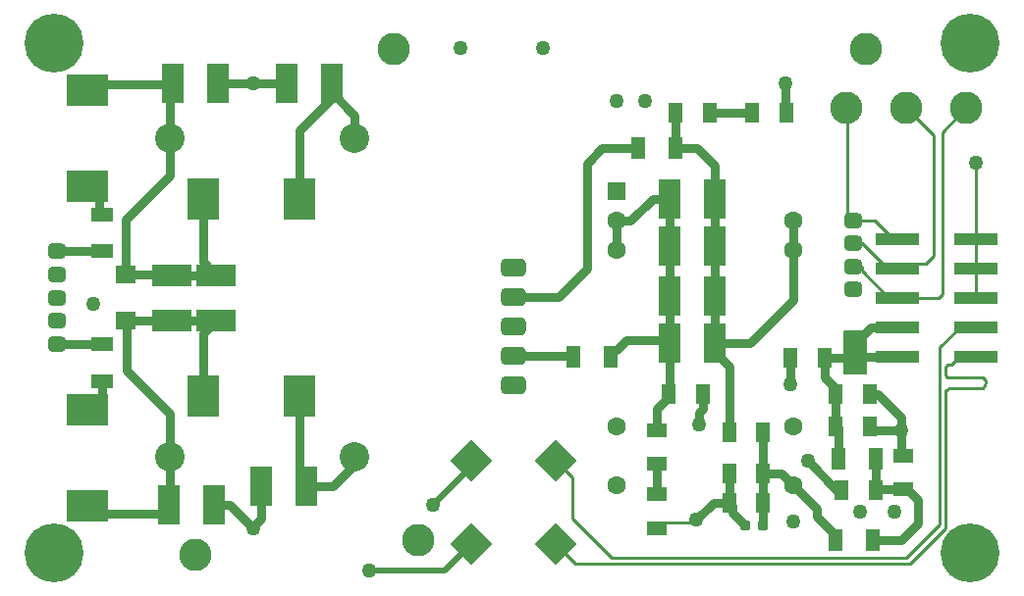
<source format=gbl>
G04*
G04 #@! TF.GenerationSoftware,Altium Limited,Altium Designer,20.1.7 (139)*
G04*
G04 Layer_Physical_Order=4*
G04 Layer_Color=11436288*
%FSLAX25Y25*%
%MOIN*%
G70*
G04*
G04 #@! TF.SameCoordinates,98BAC387-3A70-427A-9A39-C9BDDE23891B*
G04*
G04*
G04 #@! TF.FilePolarity,Positive*
G04*
G01*
G75*
%ADD10C,0.01000*%
%ADD17R,0.07480X0.13386*%
%ADD34C,0.02000*%
%ADD35C,0.03000*%
%ADD37C,0.20000*%
G04:AMPARAMS|DCode=38|XSize=51.18mil|YSize=59.06mil|CornerRadius=12.8mil|HoleSize=0mil|Usage=FLASHONLY|Rotation=90.000|XOffset=0mil|YOffset=0mil|HoleType=Round|Shape=RoundedRectangle|*
%AMROUNDEDRECTD38*
21,1,0.05118,0.03347,0,0,90.0*
21,1,0.02559,0.05906,0,0,90.0*
1,1,0.02559,0.01673,0.01280*
1,1,0.02559,0.01673,-0.01280*
1,1,0.02559,-0.01673,-0.01280*
1,1,0.02559,-0.01673,0.01280*
%
%ADD38ROUNDEDRECTD38*%
G04:AMPARAMS|DCode=39|XSize=85mil|YSize=60mil|CornerRadius=15mil|HoleSize=0mil|Usage=FLASHONLY|Rotation=0.000|XOffset=0mil|YOffset=0mil|HoleType=Round|Shape=RoundedRectangle|*
%AMROUNDEDRECTD39*
21,1,0.08500,0.03000,0,0,0.0*
21,1,0.05500,0.06000,0,0,0.0*
1,1,0.03000,0.02750,-0.01500*
1,1,0.03000,-0.02750,-0.01500*
1,1,0.03000,-0.02750,0.01500*
1,1,0.03000,0.02750,0.01500*
%
%ADD39ROUNDEDRECTD39*%
%ADD40C,0.10000*%
%ADD41R,0.06299X0.06299*%
%ADD42C,0.06299*%
%ADD43C,0.05000*%
%ADD45C,0.11000*%
%ADD53R,0.07480X0.04724*%
%ADD54R,0.13386X0.07480*%
%ADD55R,0.10630X0.14173*%
%ADD56R,0.14173X0.10630*%
%ADD57R,0.05118X0.07087*%
%ADD58R,0.04724X0.07480*%
G04:AMPARAMS|DCode=59|XSize=31.5mil|YSize=31.5mil|CornerRadius=4.72mil|HoleSize=0mil|Usage=FLASHONLY|Rotation=270.000|XOffset=0mil|YOffset=0mil|HoleType=Round|Shape=RoundedRectangle|*
%AMROUNDEDRECTD59*
21,1,0.03150,0.02205,0,0,270.0*
21,1,0.02205,0.03150,0,0,270.0*
1,1,0.00945,-0.01102,-0.01102*
1,1,0.00945,-0.01102,0.01102*
1,1,0.00945,0.01102,0.01102*
1,1,0.00945,0.01102,-0.01102*
%
%ADD59ROUNDEDRECTD59*%
%ADD60R,0.07087X0.05118*%
%ADD61R,0.14764X0.03937*%
G04:AMPARAMS|DCode=62|XSize=150mil|YSize=80mil|CornerRadius=4mil|HoleSize=0mil|Usage=FLASHONLY|Rotation=90.000|XOffset=0mil|YOffset=0mil|HoleType=Round|Shape=RoundedRectangle|*
%AMROUNDEDRECTD62*
21,1,0.15000,0.07200,0,0,90.0*
21,1,0.14200,0.08000,0,0,90.0*
1,1,0.00800,0.03600,0.07100*
1,1,0.00800,0.03600,-0.07100*
1,1,0.00800,-0.03600,-0.07100*
1,1,0.00800,-0.03600,0.07100*
%
%ADD62ROUNDEDRECTD62*%
%ADD63P,0.14142X4X270.0*%
%ADD64R,0.06693X0.05906*%
D10*
X290748Y33071D02*
X290945Y33268D01*
X278346Y33071D02*
X279331Y34055D01*
X312598Y21260D02*
Y81496D01*
X301181Y9843D02*
X312598Y21260D01*
X201181Y9843D02*
X301181D01*
X302603Y7842D02*
X314598Y19838D01*
X188768Y7842D02*
X302603D01*
X314598Y19838D02*
Y66819D01*
Y74803D02*
X315338Y75542D01*
X316409D01*
X319291Y78425D01*
X324705D01*
X314598Y72043D02*
Y74803D01*
Y72043D02*
X315184Y71457D01*
X327362D01*
X328346Y70472D01*
Y69291D02*
Y70472D01*
X327953Y68898D02*
X328346Y69291D01*
X327953Y68504D02*
Y68898D01*
X327165Y67716D02*
X327953Y68504D01*
X315748Y67716D02*
X327165D01*
X314850Y66819D02*
X315748Y67716D01*
X314598Y66819D02*
X314850D01*
X182043Y14567D02*
X188768Y7842D01*
X288779Y65748D02*
X291417D01*
X51181Y170276D02*
X52165Y171260D01*
X324705Y88425D02*
X325886D01*
X319528D02*
X324705D01*
X312598Y81496D02*
X319528Y88425D01*
X90650Y171161D02*
X90748Y171260D01*
X67520D02*
X67618Y171161D01*
X241142Y28740D02*
X242126Y27756D01*
X299606Y45276D02*
X300197Y44685D01*
X261811Y77756D02*
X262008Y77953D01*
X279331Y33071D02*
Y34055D01*
X229224Y22138D02*
X229921Y22835D01*
X218595Y22138D02*
X229224D01*
X216535Y20079D02*
X218595Y22138D01*
X79528Y20079D02*
Y20617D01*
X260138Y161713D02*
X260433Y161417D01*
X280709Y162992D02*
X281303Y162398D01*
Y126571D02*
Y162398D01*
Y126571D02*
X283071Y124803D01*
X295276Y98425D02*
X298130D01*
X312205D01*
X313386Y154724D02*
X321654Y162992D01*
Y162992D01*
X313386Y99606D02*
Y154724D01*
X312205Y98425D02*
X313386Y99606D01*
X298130Y118425D02*
X304331D01*
X296929D02*
X298130D01*
X324705D02*
Y144390D01*
Y108425D02*
Y118425D01*
Y98425D02*
Y108425D01*
X301181Y162992D02*
X310630Y153543D01*
Y112598D02*
Y153543D01*
X307925Y109894D02*
X310630Y112598D01*
X294724Y108425D02*
X298130D01*
X299598Y109894D02*
X307925D01*
X298130Y108425D02*
X299598Y109894D01*
X286221Y107480D02*
X295276Y98425D01*
X286221Y107480D02*
Y109055D01*
Y116929D02*
X286248Y116957D01*
X286221Y116929D02*
X294724Y108425D01*
X290551Y124803D02*
X296929Y118425D01*
X286221Y124803D02*
X290551D01*
X277362Y55354D02*
X278346Y54370D01*
X283858Y79528D02*
X284961Y78425D01*
X282283Y77953D02*
X283858Y79528D01*
Y83028D01*
X51378Y25000D02*
X52756Y23622D01*
X51181Y25197D02*
X51378Y25000D01*
X182043Y43067D02*
X187795Y37315D01*
Y23228D02*
Y37315D01*
Y23228D02*
X201181Y9843D01*
X290748Y43504D02*
X290945Y43701D01*
X202992Y124567D02*
X202996Y124571D01*
X220823Y65988D02*
X221063Y65748D01*
X220669Y64764D02*
Y65748D01*
X252559Y28740D02*
X252559Y28740D01*
X241142Y52756D02*
X241339Y52953D01*
X236177Y80047D02*
Y83000D01*
X249016Y161417D02*
X249016Y161417D01*
X222835Y161221D02*
X223031Y161417D01*
X219965Y83858D02*
X220823Y83000D01*
X187953Y78583D02*
X188189Y78347D01*
X106102Y168307D02*
Y171260D01*
X105905Y171063D02*
X106102Y171260D01*
X113993Y44275D02*
X114000D01*
X27362Y70079D02*
X28043Y69398D01*
X24016Y57677D02*
Y59055D01*
X28043Y63083D01*
X28346Y70079D02*
X28740D01*
X27362D02*
X28346D01*
X50590Y171063D02*
X52756Y173228D01*
X23228Y138386D02*
X27362Y134252D01*
X113173Y152575D02*
X114000D01*
X36220Y90551D02*
X36614D01*
X51772D02*
X51968Y90748D01*
X28740Y82677D02*
X28740Y82677D01*
X27362Y126772D02*
X28740D01*
X51772Y106299D02*
X51968Y106102D01*
X28043Y127469D02*
X28740Y126772D01*
D17*
X50984Y27953D02*
D03*
X66339D02*
D03*
X97441Y34252D02*
D03*
X82087D02*
D03*
X236177Y83000D02*
D03*
X220823D02*
D03*
X236177Y99000D02*
D03*
X220823D02*
D03*
X236177Y116000D02*
D03*
X220823D02*
D03*
X236177Y132000D02*
D03*
X220823D02*
D03*
X90748Y171260D02*
D03*
X106102D02*
D03*
X52165D02*
D03*
X67520D02*
D03*
D34*
X144488Y5512D02*
X153543Y14567D01*
X118898Y5512D02*
X144488D01*
X153543Y40945D02*
Y43067D01*
X140551Y27953D02*
X153543Y40945D01*
D35*
X289764Y16142D02*
X299606D01*
X305118Y21654D01*
Y29528D01*
X300197Y33268D02*
X301378D01*
X305118Y29528D01*
X290945Y33268D02*
X300197D01*
X289764Y16142D02*
X290626Y17004D01*
X270827Y23858D02*
Y26732D01*
Y23858D02*
X277165Y17520D01*
Y16142D02*
Y17520D01*
X262992Y34567D02*
X270827Y26732D01*
X291417Y65748D02*
X299606Y57559D01*
Y53150D02*
Y57559D01*
X290197Y53150D02*
X299606D01*
X288779Y54567D02*
X290197Y53150D01*
X277362Y55354D02*
Y65354D01*
X51181Y152575D02*
Y170276D01*
X79528Y171161D02*
X90650D01*
X67618D02*
X79528D01*
X242126Y25394D02*
Y27756D01*
Y25394D02*
X246654Y20866D01*
X299606Y45276D02*
Y53150D01*
X277559Y33071D02*
X278346D01*
X267717Y42913D02*
X277559Y33071D01*
X241142Y28740D02*
Y38583D01*
X261811Y68898D02*
Y77756D01*
X229921Y22835D02*
X235827Y28740D01*
X241142D01*
X230709Y59327D02*
X232087Y60705D01*
X230709Y55236D02*
Y59327D01*
X232087Y60705D02*
Y65748D01*
X79528Y20617D02*
X82087Y23177D01*
Y34252D01*
X106496D02*
X114000Y41756D01*
X97441Y34252D02*
X106496D01*
X114000Y41756D02*
Y44275D01*
X71653Y27953D02*
X79528Y20079D01*
X66339Y27953D02*
X71653D01*
X260138Y161713D02*
Y171161D01*
X277362Y65354D02*
Y66732D01*
X277264Y66634D02*
X277362Y66732D01*
X277264Y66634D02*
Y67618D01*
X273425Y71457D02*
X277264Y67618D01*
X284961Y78425D02*
X299311D01*
X289256Y88425D02*
X299311D01*
X283858Y83028D02*
X289256Y88425D01*
X273425Y77953D02*
X282283D01*
X273425Y71457D02*
Y77953D01*
X12992Y82677D02*
X28740D01*
X278346Y43701D02*
Y54370D01*
X290748Y33071D02*
Y43504D01*
X202992Y114567D02*
Y124567D01*
X262992Y114567D02*
Y124567D01*
X28346Y114173D02*
X28740D01*
X12992D02*
X28346D01*
X216535Y31496D02*
Y41929D01*
Y60630D02*
X220669Y64764D01*
X216535Y53347D02*
Y60630D01*
X203028Y80587D02*
X206299Y83858D01*
X201650Y80587D02*
X203028D01*
X200787Y79724D02*
X201650Y80587D01*
X200787Y78347D02*
Y79724D01*
X252559Y20866D02*
Y28740D01*
X258976Y38583D02*
X262992Y34567D01*
X252559Y38583D02*
X258976D01*
X252559Y28740D02*
Y38583D01*
Y52756D01*
X241339Y52953D02*
Y74886D01*
X236177Y80047D02*
X241339Y74886D01*
X220823Y65988D02*
Y83000D01*
X234449Y161417D02*
X249016D01*
X222835Y149213D02*
Y161221D01*
X248354Y83000D02*
X262992Y97638D01*
Y114567D01*
X236177Y83000D02*
X248354D01*
X207642Y124571D02*
X215071Y132000D01*
X220823D01*
X202996Y124571D02*
X207642D01*
X220823Y116000D02*
Y132000D01*
Y99000D02*
Y116000D01*
Y83000D02*
Y99000D01*
X206299Y83858D02*
X219965D01*
X236177Y83000D02*
Y99000D01*
Y116000D01*
Y132000D01*
Y143244D01*
X230209Y149213D02*
X236177Y143244D01*
X222835Y149213D02*
X230209D01*
X167717Y78583D02*
X187953D01*
X192913Y144095D02*
X198031Y149213D01*
X192913Y108449D02*
Y144095D01*
X183047Y98583D02*
X192913Y108449D01*
X198031Y149213D02*
X210236D01*
X167717Y98583D02*
X183047D01*
X105905Y166142D02*
Y171063D01*
X95079Y155315D02*
X105905Y166142D01*
X95079Y131890D02*
Y155315D01*
Y40354D02*
Y64961D01*
X106102Y168307D02*
X114000Y160409D01*
Y152575D02*
Y160409D01*
X51181Y25197D02*
Y44275D01*
X36614Y73622D02*
Y90551D01*
X51181Y44275D02*
Y59055D01*
X36614Y73622D02*
X51181Y59055D01*
Y139992D02*
Y152575D01*
X36220Y125031D02*
X51181Y139992D01*
X36220Y106299D02*
Y125031D01*
X28043Y63083D02*
Y69398D01*
X62402Y110630D02*
X66929Y106102D01*
X62402Y110630D02*
Y131890D01*
X23228Y171063D02*
X50590D01*
X27362Y126772D02*
Y134252D01*
X62402Y86221D02*
X66929Y90748D01*
X62402Y64961D02*
Y86221D01*
X51968Y90748D02*
X66929D01*
X36614Y90551D02*
X51772D01*
X24016Y25000D02*
X51378D01*
X51968Y106102D02*
X66929D01*
X36220Y106299D02*
X51772D01*
D37*
X322835Y185039D02*
D03*
X11811D02*
D03*
X322835Y11811D02*
D03*
X11811D02*
D03*
D38*
X283071Y101181D02*
D03*
Y109055D02*
D03*
Y124803D02*
D03*
Y116929D02*
D03*
X12992Y114173D02*
D03*
Y98425D02*
D03*
Y106299D02*
D03*
Y90551D02*
D03*
Y82677D02*
D03*
D39*
X167717Y108583D02*
D03*
Y98583D02*
D03*
Y88583D02*
D03*
Y78583D02*
D03*
Y68583D02*
D03*
D40*
X114000Y44275D02*
D03*
Y152575D02*
D03*
X51181D02*
D03*
Y44275D02*
D03*
D41*
X202992Y134567D02*
D03*
D42*
Y124567D02*
D03*
Y114567D02*
D03*
Y54567D02*
D03*
Y34567D02*
D03*
X262992D02*
D03*
Y54567D02*
D03*
Y114567D02*
D03*
Y124567D02*
D03*
D43*
X297244Y25591D02*
D03*
X285433D02*
D03*
X202756Y165354D02*
D03*
X212598D02*
D03*
X299606Y53150D02*
D03*
X261811Y68898D02*
D03*
X140551Y27953D02*
D03*
X118898Y5512D02*
D03*
X79528Y20079D02*
D03*
X260138Y171161D02*
D03*
X324705Y144390D02*
D03*
X267717Y42913D02*
D03*
X262992Y22441D02*
D03*
X25197Y96457D02*
D03*
X79528Y171161D02*
D03*
X150000Y183465D02*
D03*
X177953D02*
D03*
X229921Y22835D02*
D03*
X230709Y55236D02*
D03*
D45*
X321654Y162992D02*
D03*
X301181D02*
D03*
X280709D02*
D03*
X287402Y183071D02*
D03*
X59842Y11024D02*
D03*
X135433Y16142D02*
D03*
X127165Y183071D02*
D03*
D53*
X28346Y114173D02*
D03*
Y126772D02*
D03*
Y82677D02*
D03*
Y70079D02*
D03*
D54*
X51968Y90748D02*
D03*
Y106102D02*
D03*
X66929Y90748D02*
D03*
Y106102D02*
D03*
D55*
X95079Y64961D02*
D03*
X62402D02*
D03*
Y131890D02*
D03*
X95079D02*
D03*
D56*
X23228Y27756D02*
D03*
Y60433D02*
D03*
Y136417D02*
D03*
Y169095D02*
D03*
D57*
X273425Y77953D02*
D03*
X262008D02*
D03*
X277362Y65748D02*
D03*
X288779D02*
D03*
X290748Y33071D02*
D03*
X279331D02*
D03*
X252559Y28740D02*
D03*
X241142D02*
D03*
Y38583D02*
D03*
X252559D02*
D03*
X220669Y65748D02*
D03*
X232087D02*
D03*
X260433Y161417D02*
D03*
X249016D02*
D03*
X277362Y54567D02*
D03*
X288779D02*
D03*
X241142Y52756D02*
D03*
X252559D02*
D03*
X234449Y161417D02*
D03*
X223031D02*
D03*
D58*
X289764Y16142D02*
D03*
X277165D02*
D03*
X210236Y149213D02*
D03*
X222835D02*
D03*
X188189Y78347D02*
D03*
X200787D02*
D03*
X278346Y43701D02*
D03*
X290945D02*
D03*
D59*
X246654Y20866D02*
D03*
X252559D02*
D03*
D60*
X216535Y31496D02*
D03*
Y20079D02*
D03*
Y53347D02*
D03*
Y41929D02*
D03*
X300197Y44685D02*
D03*
Y33268D02*
D03*
D61*
X324705Y98425D02*
D03*
X298130D02*
D03*
X324705Y88425D02*
D03*
X298130D02*
D03*
X324705Y78425D02*
D03*
X298130D02*
D03*
Y108425D02*
D03*
Y118425D02*
D03*
X324705Y108425D02*
D03*
Y118425D02*
D03*
D62*
X283858Y79528D02*
D03*
D63*
X182043Y14567D02*
D03*
Y43067D02*
D03*
X153543Y14567D02*
D03*
Y43067D02*
D03*
D64*
X36220Y90551D02*
D03*
Y106299D02*
D03*
M02*

</source>
